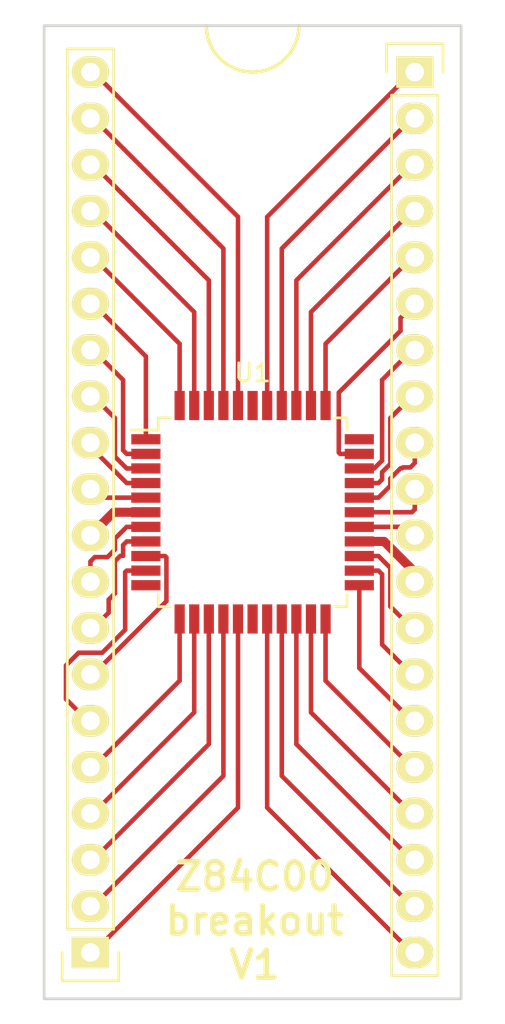
<source format=kicad_pcb>
(kicad_pcb (version 4) (host pcbnew 4.0.0-stable)

  (general
    (links 40)
    (no_connects 0)
    (area 121.891667 49.655 149.888334 110.215)
    (thickness 1.6)
    (drawings 8)
    (tracks 160)
    (zones 0)
    (modules 3)
    (nets 45)
  )

  (page A4)
  (layers
    (0 F.Cu signal)
    (31 B.Cu signal)
    (32 B.Adhes user)
    (33 F.Adhes user)
    (34 B.Paste user)
    (35 F.Paste user)
    (36 B.SilkS user)
    (37 F.SilkS user)
    (38 B.Mask user)
    (39 F.Mask user)
    (40 Dwgs.User user)
    (41 Cmts.User user)
    (42 Eco1.User user)
    (43 Eco2.User user)
    (44 Edge.Cuts user)
    (45 Margin user)
    (46 B.CrtYd user)
    (47 F.CrtYd user)
    (48 B.Fab user)
    (49 F.Fab user)
  )

  (setup
    (last_trace_width 0.25)
    (trace_clearance 0.2)
    (zone_clearance 0.508)
    (zone_45_only no)
    (trace_min 0.2)
    (segment_width 0.2)
    (edge_width 0.15)
    (via_size 0.6)
    (via_drill 0.4)
    (via_min_size 0.4)
    (via_min_drill 0.3)
    (uvia_size 0.3)
    (uvia_drill 0.1)
    (uvias_allowed no)
    (uvia_min_size 0.2)
    (uvia_min_drill 0.1)
    (pcb_text_width 0.3)
    (pcb_text_size 1.5 1.5)
    (mod_edge_width 0.15)
    (mod_text_size 1 1)
    (mod_text_width 0.15)
    (pad_size 1.524 1.524)
    (pad_drill 0.762)
    (pad_to_mask_clearance 0.2)
    (aux_axis_origin 0 0)
    (visible_elements FFFFFF7F)
    (pcbplotparams
      (layerselection 0x010f8_80000001)
      (usegerberextensions true)
      (excludeedgelayer true)
      (linewidth 0.100000)
      (plotframeref false)
      (viasonmask false)
      (mode 1)
      (useauxorigin false)
      (hpglpennumber 1)
      (hpglpenspeed 20)
      (hpglpendiameter 15)
      (hpglpenoverlay 2)
      (psnegative false)
      (psa4output false)
      (plotreference true)
      (plotvalue false)
      (plotinvisibletext false)
      (padsonsilk false)
      (subtractmaskfromsilk false)
      (outputformat 1)
      (mirror false)
      (drillshape 0)
      (scaleselection 1)
      (outputdirectory gerber))
  )

  (net 0 "")
  (net 1 /~IORQ~)
  (net 2 /~MREQ~)
  (net 3 /~HALT~)
  (net 4 /~NMI~)
  (net 5 /~INT~)
  (net 6 /D1)
  (net 7 /D0)
  (net 8 /D7)
  (net 9 /D2)
  (net 10 /VCC)
  (net 11 /D6)
  (net 12 /D5)
  (net 13 /D3)
  (net 14 /D4)
  (net 15 /~CLK~)
  (net 16 /A15)
  (net 17 /A14)
  (net 18 /A13)
  (net 19 /A12)
  (net 20 /A11)
  (net 21 /A10)
  (net 22 /A9)
  (net 23 /A8)
  (net 24 /A7)
  (net 25 /A6)
  (net 26 /A5)
  (net 27 /A4)
  (net 28 /A3)
  (net 29 /A2)
  (net 30 /A1)
  (net 31 /A0)
  (net 32 /GND)
  (net 33 /~RFSH~)
  (net 34 /~M1~)
  (net 35 /~RESET~)
  (net 36 /~BUSRQ~)
  (net 37 /~WAIT~)
  (net 38 /~BUSACK~)
  (net 39 /~WR~)
  (net 40 /~RD~)
  (net 41 "Net-(U1-Pad11)")
  (net 42 "Net-(U1-Pad17)")
  (net 43 "Net-(U1-Pad33)")
  (net 44 "Net-(U1-Pad39)")

  (net_class Default "This is the default net class."
    (clearance 0.2)
    (trace_width 0.25)
    (via_dia 0.6)
    (via_drill 0.4)
    (uvia_dia 0.3)
    (uvia_drill 0.1)
    (add_net /A0)
    (add_net /A1)
    (add_net /A10)
    (add_net /A11)
    (add_net /A12)
    (add_net /A13)
    (add_net /A14)
    (add_net /A15)
    (add_net /A2)
    (add_net /A3)
    (add_net /A4)
    (add_net /A5)
    (add_net /A6)
    (add_net /A7)
    (add_net /A8)
    (add_net /A9)
    (add_net /D0)
    (add_net /D1)
    (add_net /D2)
    (add_net /D3)
    (add_net /D4)
    (add_net /D5)
    (add_net /D6)
    (add_net /D7)
    (add_net /~BUSACK~)
    (add_net /~BUSRQ~)
    (add_net /~CLK~)
    (add_net /~HALT~)
    (add_net /~INT~)
    (add_net /~IORQ~)
    (add_net /~M1~)
    (add_net /~MREQ~)
    (add_net /~NMI~)
    (add_net /~RD~)
    (add_net /~RESET~)
    (add_net /~RFSH~)
    (add_net /~WAIT~)
    (add_net /~WR~)
    (add_net "Net-(U1-Pad11)")
    (add_net "Net-(U1-Pad17)")
    (add_net "Net-(U1-Pad33)")
    (add_net "Net-(U1-Pad39)")
  )

  (net_class Power ""
    (clearance 0.2)
    (trace_width 0.5)
    (via_dia 0.6)
    (via_drill 0.4)
    (uvia_dia 0.3)
    (uvia_drill 0.1)
    (add_net /GND)
    (add_net /VCC)
  )

  (module Pin_Headers:Pin_Header_Straight_1x20 (layer F.Cu) (tedit 56B4CF74) (tstamp 56B3F540)
    (at 127 104.14 180)
    (descr "Through hole pin header")
    (tags "pin header")
    (path /56B3E9F5)
    (fp_text reference P1 (at 0 -5.1 180) (layer F.SilkS) hide
      (effects (font (size 1 1) (thickness 0.15)))
    )
    (fp_text value CONN_01X20 (at 0 -3.1 180) (layer F.Fab)
      (effects (font (size 1 1) (thickness 0.15)))
    )
    (fp_line (start -1.75 -1.75) (end -1.75 50.05) (layer F.CrtYd) (width 0.05))
    (fp_line (start 1.75 -1.75) (end 1.75 50.05) (layer F.CrtYd) (width 0.05))
    (fp_line (start -1.75 -1.75) (end 1.75 -1.75) (layer F.CrtYd) (width 0.05))
    (fp_line (start -1.75 50.05) (end 1.75 50.05) (layer F.CrtYd) (width 0.05))
    (fp_line (start 1.27 1.27) (end 1.27 49.53) (layer F.SilkS) (width 0.15))
    (fp_line (start 1.27 49.53) (end -1.27 49.53) (layer F.SilkS) (width 0.15))
    (fp_line (start -1.27 49.53) (end -1.27 1.27) (layer F.SilkS) (width 0.15))
    (fp_line (start 1.55 -1.55) (end 1.55 0) (layer F.SilkS) (width 0.15))
    (fp_line (start 1.27 1.27) (end -1.27 1.27) (layer F.SilkS) (width 0.15))
    (fp_line (start -1.55 0) (end -1.55 -1.55) (layer F.SilkS) (width 0.15))
    (fp_line (start -1.55 -1.55) (end 1.55 -1.55) (layer F.SilkS) (width 0.15))
    (pad 1 thru_hole rect (at 0 0 180) (size 2.032 1.7272) (drill 1.016) (layers *.Cu *.Mask F.SilkS)
      (net 1 /~IORQ~))
    (pad 2 thru_hole oval (at 0 2.54 180) (size 2.032 1.7272) (drill 1.016) (layers *.Cu *.Mask F.SilkS)
      (net 2 /~MREQ~))
    (pad 3 thru_hole oval (at 0 5.08 180) (size 2.032 1.7272) (drill 1.016) (layers *.Cu *.Mask F.SilkS)
      (net 3 /~HALT~))
    (pad 4 thru_hole oval (at 0 7.62 180) (size 2.032 1.7272) (drill 1.016) (layers *.Cu *.Mask F.SilkS)
      (net 4 /~NMI~))
    (pad 5 thru_hole oval (at 0 10.16 180) (size 2.032 1.7272) (drill 1.016) (layers *.Cu *.Mask F.SilkS)
      (net 5 /~INT~))
    (pad 6 thru_hole oval (at 0 12.7 180) (size 2.032 1.7272) (drill 1.016) (layers *.Cu *.Mask F.SilkS)
      (net 6 /D1))
    (pad 7 thru_hole oval (at 0 15.24 180) (size 2.032 1.7272) (drill 1.016) (layers *.Cu *.Mask F.SilkS)
      (net 7 /D0))
    (pad 8 thru_hole oval (at 0 17.78 180) (size 2.032 1.7272) (drill 1.016) (layers *.Cu *.Mask F.SilkS)
      (net 8 /D7))
    (pad 9 thru_hole oval (at 0 20.32 180) (size 2.032 1.7272) (drill 1.016) (layers *.Cu *.Mask F.SilkS)
      (net 9 /D2))
    (pad 10 thru_hole oval (at 0 22.86 180) (size 2.032 1.7272) (drill 1.016) (layers *.Cu *.Mask F.SilkS)
      (net 10 /VCC))
    (pad 11 thru_hole oval (at 0 25.4 180) (size 2.032 1.7272) (drill 1.016) (layers *.Cu *.Mask F.SilkS)
      (net 11 /D6))
    (pad 12 thru_hole oval (at 0 27.94 180) (size 2.032 1.7272) (drill 1.016) (layers *.Cu *.Mask F.SilkS)
      (net 12 /D5))
    (pad 13 thru_hole oval (at 0 30.48 180) (size 2.032 1.7272) (drill 1.016) (layers *.Cu *.Mask F.SilkS)
      (net 13 /D3))
    (pad 14 thru_hole oval (at 0 33.02 180) (size 2.032 1.7272) (drill 1.016) (layers *.Cu *.Mask F.SilkS)
      (net 14 /D4))
    (pad 15 thru_hole oval (at 0 35.56 180) (size 2.032 1.7272) (drill 1.016) (layers *.Cu *.Mask F.SilkS)
      (net 15 /~CLK~))
    (pad 16 thru_hole oval (at 0 38.1 180) (size 2.032 1.7272) (drill 1.016) (layers *.Cu *.Mask F.SilkS)
      (net 16 /A15))
    (pad 17 thru_hole oval (at 0 40.64 180) (size 2.032 1.7272) (drill 1.016) (layers *.Cu *.Mask F.SilkS)
      (net 17 /A14))
    (pad 18 thru_hole oval (at 0 43.18 180) (size 2.032 1.7272) (drill 1.016) (layers *.Cu *.Mask F.SilkS)
      (net 18 /A13))
    (pad 19 thru_hole oval (at 0 45.72 180) (size 2.032 1.7272) (drill 1.016) (layers *.Cu *.Mask F.SilkS)
      (net 19 /A12))
    (pad 20 thru_hole oval (at 0 48.26 180) (size 2.032 1.7272) (drill 1.016) (layers *.Cu *.Mask F.SilkS)
      (net 20 /A11))
    (model Pin_Headers.3dshapes/Pin_Header_Straight_1x20.wrl
      (at (xyz 0 -0.95 0))
      (scale (xyz 1 1 1))
      (rotate (xyz 0 0 90))
    )
  )

  (module Pin_Headers:Pin_Header_Straight_1x20 (layer F.Cu) (tedit 56B4CF69) (tstamp 56B3F558)
    (at 144.78 55.88)
    (descr "Through hole pin header")
    (tags "pin header")
    (path /56B3EA25)
    (fp_text reference P2 (at 0 -5.1) (layer F.SilkS) hide
      (effects (font (size 1 1) (thickness 0.15)))
    )
    (fp_text value CONN_01X20 (at 0 -3.1) (layer F.Fab)
      (effects (font (size 1 1) (thickness 0.15)))
    )
    (fp_line (start -1.75 -1.75) (end -1.75 50.05) (layer F.CrtYd) (width 0.05))
    (fp_line (start 1.75 -1.75) (end 1.75 50.05) (layer F.CrtYd) (width 0.05))
    (fp_line (start -1.75 -1.75) (end 1.75 -1.75) (layer F.CrtYd) (width 0.05))
    (fp_line (start -1.75 50.05) (end 1.75 50.05) (layer F.CrtYd) (width 0.05))
    (fp_line (start 1.27 1.27) (end 1.27 49.53) (layer F.SilkS) (width 0.15))
    (fp_line (start 1.27 49.53) (end -1.27 49.53) (layer F.SilkS) (width 0.15))
    (fp_line (start -1.27 49.53) (end -1.27 1.27) (layer F.SilkS) (width 0.15))
    (fp_line (start 1.55 -1.55) (end 1.55 0) (layer F.SilkS) (width 0.15))
    (fp_line (start 1.27 1.27) (end -1.27 1.27) (layer F.SilkS) (width 0.15))
    (fp_line (start -1.55 0) (end -1.55 -1.55) (layer F.SilkS) (width 0.15))
    (fp_line (start -1.55 -1.55) (end 1.55 -1.55) (layer F.SilkS) (width 0.15))
    (pad 1 thru_hole rect (at 0 0) (size 2.032 1.7272) (drill 1.016) (layers *.Cu *.Mask F.SilkS)
      (net 21 /A10))
    (pad 2 thru_hole oval (at 0 2.54) (size 2.032 1.7272) (drill 1.016) (layers *.Cu *.Mask F.SilkS)
      (net 22 /A9))
    (pad 3 thru_hole oval (at 0 5.08) (size 2.032 1.7272) (drill 1.016) (layers *.Cu *.Mask F.SilkS)
      (net 23 /A8))
    (pad 4 thru_hole oval (at 0 7.62) (size 2.032 1.7272) (drill 1.016) (layers *.Cu *.Mask F.SilkS)
      (net 24 /A7))
    (pad 5 thru_hole oval (at 0 10.16) (size 2.032 1.7272) (drill 1.016) (layers *.Cu *.Mask F.SilkS)
      (net 25 /A6))
    (pad 6 thru_hole oval (at 0 12.7) (size 2.032 1.7272) (drill 1.016) (layers *.Cu *.Mask F.SilkS)
      (net 26 /A5))
    (pad 7 thru_hole oval (at 0 15.24) (size 2.032 1.7272) (drill 1.016) (layers *.Cu *.Mask F.SilkS)
      (net 27 /A4))
    (pad 8 thru_hole oval (at 0 17.78) (size 2.032 1.7272) (drill 1.016) (layers *.Cu *.Mask F.SilkS)
      (net 28 /A3))
    (pad 9 thru_hole oval (at 0 20.32) (size 2.032 1.7272) (drill 1.016) (layers *.Cu *.Mask F.SilkS)
      (net 29 /A2))
    (pad 10 thru_hole oval (at 0 22.86) (size 2.032 1.7272) (drill 1.016) (layers *.Cu *.Mask F.SilkS)
      (net 30 /A1))
    (pad 11 thru_hole oval (at 0 25.4) (size 2.032 1.7272) (drill 1.016) (layers *.Cu *.Mask F.SilkS)
      (net 31 /A0))
    (pad 12 thru_hole oval (at 0 27.94) (size 2.032 1.7272) (drill 1.016) (layers *.Cu *.Mask F.SilkS)
      (net 32 /GND))
    (pad 13 thru_hole oval (at 0 30.48) (size 2.032 1.7272) (drill 1.016) (layers *.Cu *.Mask F.SilkS)
      (net 33 /~RFSH~))
    (pad 14 thru_hole oval (at 0 33.02) (size 2.032 1.7272) (drill 1.016) (layers *.Cu *.Mask F.SilkS)
      (net 34 /~M1~))
    (pad 15 thru_hole oval (at 0 35.56) (size 2.032 1.7272) (drill 1.016) (layers *.Cu *.Mask F.SilkS)
      (net 35 /~RESET~))
    (pad 16 thru_hole oval (at 0 38.1) (size 2.032 1.7272) (drill 1.016) (layers *.Cu *.Mask F.SilkS)
      (net 36 /~BUSRQ~))
    (pad 17 thru_hole oval (at 0 40.64) (size 2.032 1.7272) (drill 1.016) (layers *.Cu *.Mask F.SilkS)
      (net 37 /~WAIT~))
    (pad 18 thru_hole oval (at 0 43.18) (size 2.032 1.7272) (drill 1.016) (layers *.Cu *.Mask F.SilkS)
      (net 38 /~BUSACK~))
    (pad 19 thru_hole oval (at 0 45.72) (size 2.032 1.7272) (drill 1.016) (layers *.Cu *.Mask F.SilkS)
      (net 39 /~WR~))
    (pad 20 thru_hole oval (at 0 48.26) (size 2.032 1.7272) (drill 1.016) (layers *.Cu *.Mask F.SilkS)
      (net 40 /~RD~))
    (model Pin_Headers.3dshapes/Pin_Header_Straight_1x20.wrl
      (at (xyz 0 -0.95 0))
      (scale (xyz 1 1 1))
      (rotate (xyz 0 0 90))
    )
  )

  (module Housings_QFP:LQFP-44_10x10mm_Pitch0.8mm (layer F.Cu) (tedit 54130A77) (tstamp 56B3F588)
    (at 135.89 80.01)
    (descr "LQFP44 (see Appnote_PCB_Guidelines_TRINAMIC_packages.pdf)")
    (tags "QFP 0.8")
    (path /56B3F0A3)
    (attr smd)
    (fp_text reference U1 (at 0 -7.65) (layer F.SilkS)
      (effects (font (size 1 1) (thickness 0.15)))
    )
    (fp_text value Z80CPU-SMD (at 0 7.65) (layer F.Fab)
      (effects (font (size 1 1) (thickness 0.15)))
    )
    (fp_line (start -6.9 -6.9) (end -6.9 6.9) (layer F.CrtYd) (width 0.05))
    (fp_line (start 6.9 -6.9) (end 6.9 6.9) (layer F.CrtYd) (width 0.05))
    (fp_line (start -6.9 -6.9) (end 6.9 -6.9) (layer F.CrtYd) (width 0.05))
    (fp_line (start -6.9 6.9) (end 6.9 6.9) (layer F.CrtYd) (width 0.05))
    (fp_line (start -5.175 -5.175) (end -5.175 -4.505) (layer F.SilkS) (width 0.15))
    (fp_line (start 5.175 -5.175) (end 5.175 -4.505) (layer F.SilkS) (width 0.15))
    (fp_line (start 5.175 5.175) (end 5.175 4.505) (layer F.SilkS) (width 0.15))
    (fp_line (start -5.175 5.175) (end -5.175 4.505) (layer F.SilkS) (width 0.15))
    (fp_line (start -5.175 -5.175) (end -4.505 -5.175) (layer F.SilkS) (width 0.15))
    (fp_line (start -5.175 5.175) (end -4.505 5.175) (layer F.SilkS) (width 0.15))
    (fp_line (start 5.175 5.175) (end 4.505 5.175) (layer F.SilkS) (width 0.15))
    (fp_line (start 5.175 -5.175) (end 4.505 -5.175) (layer F.SilkS) (width 0.15))
    (fp_line (start -5.175 -4.505) (end -6.65 -4.505) (layer F.SilkS) (width 0.15))
    (pad 1 smd rect (at -5.85 -4) (size 1.6 0.56) (layers F.Cu F.Paste F.Mask)
      (net 15 /~CLK~))
    (pad 2 smd rect (at -5.85 -3.2) (size 1.6 0.56) (layers F.Cu F.Paste F.Mask)
      (net 14 /D4))
    (pad 3 smd rect (at -5.85 -2.4) (size 1.6 0.56) (layers F.Cu F.Paste F.Mask)
      (net 13 /D3))
    (pad 4 smd rect (at -5.85 -1.6) (size 1.6 0.56) (layers F.Cu F.Paste F.Mask)
      (net 12 /D5))
    (pad 5 smd rect (at -5.85 -0.8) (size 1.6 0.56) (layers F.Cu F.Paste F.Mask)
      (net 11 /D6))
    (pad 6 smd rect (at -5.85 0) (size 1.6 0.56) (layers F.Cu F.Paste F.Mask)
      (net 10 /VCC))
    (pad 7 smd rect (at -5.85 0.8) (size 1.6 0.56) (layers F.Cu F.Paste F.Mask)
      (net 9 /D2))
    (pad 8 smd rect (at -5.85 1.6) (size 1.6 0.56) (layers F.Cu F.Paste F.Mask)
      (net 8 /D7))
    (pad 9 smd rect (at -5.85 2.4) (size 1.6 0.56) (layers F.Cu F.Paste F.Mask)
      (net 7 /D0))
    (pad 10 smd rect (at -5.85 3.2) (size 1.6 0.56) (layers F.Cu F.Paste F.Mask)
      (net 6 /D1))
    (pad 11 smd rect (at -5.85 4) (size 1.6 0.56) (layers F.Cu F.Paste F.Mask)
      (net 41 "Net-(U1-Pad11)"))
    (pad 12 smd rect (at -4 5.85 90) (size 1.6 0.56) (layers F.Cu F.Paste F.Mask)
      (net 5 /~INT~))
    (pad 13 smd rect (at -3.2 5.85 90) (size 1.6 0.56) (layers F.Cu F.Paste F.Mask)
      (net 4 /~NMI~))
    (pad 14 smd rect (at -2.4 5.85 90) (size 1.6 0.56) (layers F.Cu F.Paste F.Mask)
      (net 3 /~HALT~))
    (pad 15 smd rect (at -1.6 5.85 90) (size 1.6 0.56) (layers F.Cu F.Paste F.Mask)
      (net 2 /~MREQ~))
    (pad 16 smd rect (at -0.8 5.85 90) (size 1.6 0.56) (layers F.Cu F.Paste F.Mask)
      (net 1 /~IORQ~))
    (pad 17 smd rect (at 0 5.85 90) (size 1.6 0.56) (layers F.Cu F.Paste F.Mask)
      (net 42 "Net-(U1-Pad17)"))
    (pad 18 smd rect (at 0.8 5.85 90) (size 1.6 0.56) (layers F.Cu F.Paste F.Mask)
      (net 40 /~RD~))
    (pad 19 smd rect (at 1.6 5.85 90) (size 1.6 0.56) (layers F.Cu F.Paste F.Mask)
      (net 39 /~WR~))
    (pad 20 smd rect (at 2.4 5.85 90) (size 1.6 0.56) (layers F.Cu F.Paste F.Mask)
      (net 38 /~BUSACK~))
    (pad 21 smd rect (at 3.2 5.85 90) (size 1.6 0.56) (layers F.Cu F.Paste F.Mask)
      (net 37 /~WAIT~))
    (pad 22 smd rect (at 4 5.85 90) (size 1.6 0.56) (layers F.Cu F.Paste F.Mask)
      (net 36 /~BUSRQ~))
    (pad 23 smd rect (at 5.85 4) (size 1.6 0.56) (layers F.Cu F.Paste F.Mask)
      (net 35 /~RESET~))
    (pad 24 smd rect (at 5.85 3.2) (size 1.6 0.56) (layers F.Cu F.Paste F.Mask)
      (net 34 /~M1~))
    (pad 25 smd rect (at 5.85 2.4) (size 1.6 0.56) (layers F.Cu F.Paste F.Mask)
      (net 33 /~RFSH~))
    (pad 26 smd rect (at 5.85 1.6) (size 1.6 0.56) (layers F.Cu F.Paste F.Mask)
      (net 32 /GND))
    (pad 27 smd rect (at 5.85 0.8) (size 1.6 0.56) (layers F.Cu F.Paste F.Mask)
      (net 31 /A0))
    (pad 28 smd rect (at 5.85 0) (size 1.6 0.56) (layers F.Cu F.Paste F.Mask)
      (net 30 /A1))
    (pad 29 smd rect (at 5.85 -0.8) (size 1.6 0.56) (layers F.Cu F.Paste F.Mask)
      (net 29 /A2))
    (pad 30 smd rect (at 5.85 -1.6) (size 1.6 0.56) (layers F.Cu F.Paste F.Mask)
      (net 28 /A3))
    (pad 31 smd rect (at 5.85 -2.4) (size 1.6 0.56) (layers F.Cu F.Paste F.Mask)
      (net 27 /A4))
    (pad 32 smd rect (at 5.85 -3.2) (size 1.6 0.56) (layers F.Cu F.Paste F.Mask)
      (net 26 /A5))
    (pad 33 smd rect (at 5.85 -4) (size 1.6 0.56) (layers F.Cu F.Paste F.Mask)
      (net 43 "Net-(U1-Pad33)"))
    (pad 34 smd rect (at 4 -5.85 90) (size 1.6 0.56) (layers F.Cu F.Paste F.Mask)
      (net 25 /A6))
    (pad 35 smd rect (at 3.2 -5.85 90) (size 1.6 0.56) (layers F.Cu F.Paste F.Mask)
      (net 24 /A7))
    (pad 36 smd rect (at 2.4 -5.85 90) (size 1.6 0.56) (layers F.Cu F.Paste F.Mask)
      (net 23 /A8))
    (pad 37 smd rect (at 1.6 -5.85 90) (size 1.6 0.56) (layers F.Cu F.Paste F.Mask)
      (net 22 /A9))
    (pad 38 smd rect (at 0.8 -5.85 90) (size 1.6 0.56) (layers F.Cu F.Paste F.Mask)
      (net 21 /A10))
    (pad 39 smd rect (at 0 -5.85 90) (size 1.6 0.56) (layers F.Cu F.Paste F.Mask)
      (net 44 "Net-(U1-Pad39)"))
    (pad 40 smd rect (at -0.8 -5.85 90) (size 1.6 0.56) (layers F.Cu F.Paste F.Mask)
      (net 20 /A11))
    (pad 41 smd rect (at -1.6 -5.85 90) (size 1.6 0.56) (layers F.Cu F.Paste F.Mask)
      (net 19 /A12))
    (pad 42 smd rect (at -2.4 -5.85 90) (size 1.6 0.56) (layers F.Cu F.Paste F.Mask)
      (net 18 /A13))
    (pad 43 smd rect (at -3.2 -5.85 90) (size 1.6 0.56) (layers F.Cu F.Paste F.Mask)
      (net 17 /A14))
    (pad 44 smd rect (at -4 -5.85 90) (size 1.6 0.56) (layers F.Cu F.Paste F.Mask)
      (net 16 /A15))
    (model Housings_QFP.3dshapes/LQFP-44_10x10mm_Pitch0.8mm.wrl
      (at (xyz 0 0 0))
      (scale (xyz 1 1 1))
      (rotate (xyz 0 0 0))
    )
  )

  (gr_arc (start 135.89 53.34) (end 135.89 55.88) (angle 90) (layer F.SilkS) (width 0.2))
  (gr_arc (start 135.89 53.34) (end 138.43 53.34) (angle 90) (layer F.SilkS) (width 0.2))
  (gr_line (start 124.46 106.68) (end 147.32 106.68) (layer Edge.Cuts) (width 0.15))
  (gr_line (start 124.46 53.34) (end 124.46 106.68) (layer Edge.Cuts) (width 0.15))
  (gr_line (start 147.32 53.34) (end 124.46 53.34) (layer Edge.Cuts) (width 0.15))
  (gr_line (start 147.32 106.68) (end 147.32 53.34) (layer Edge.Cuts) (width 0.15))
  (gr_text "Z84C00\nbreakout\nV1" (at 136 102.4) (layer F.SilkS)
    (effects (font (size 1.5 1.5) (thickness 0.3)))
  )
  (gr_circle (center 132.8 76.8) (end 133.6 77.6) (layer F.Mask) (width 0.2))

  (segment (start 135.09 85.86) (end 135.09 96.2024) (width 0.25) (layer F.Cu) (net 1))
  (segment (start 135.09 96.2024) (end 127.1524 104.14) (width 0.25) (layer F.Cu) (net 1))
  (segment (start 127.1524 104.14) (end 127 104.14) (width 0.25) (layer F.Cu) (net 1))
  (segment (start 134.29 85.86) (end 134.29 94.4624) (width 0.25) (layer F.Cu) (net 2))
  (segment (start 134.29 94.4624) (end 127.1524 101.6) (width 0.25) (layer F.Cu) (net 2))
  (segment (start 127.1524 101.6) (end 127 101.6) (width 0.25) (layer F.Cu) (net 2))
  (segment (start 133.49 85.86) (end 133.49 92.7224) (width 0.25) (layer F.Cu) (net 3))
  (segment (start 133.49 92.7224) (end 127.1524 99.06) (width 0.25) (layer F.Cu) (net 3))
  (segment (start 127.1524 99.06) (end 127 99.06) (width 0.25) (layer F.Cu) (net 3))
  (segment (start 132.69 85.86) (end 132.69 90.9824) (width 0.25) (layer F.Cu) (net 4))
  (segment (start 132.69 90.9824) (end 127.1524 96.52) (width 0.25) (layer F.Cu) (net 4))
  (segment (start 127.1524 96.52) (end 127 96.52) (width 0.25) (layer F.Cu) (net 4))
  (segment (start 131.89 85.86) (end 131.89 89.2424) (width 0.25) (layer F.Cu) (net 5))
  (segment (start 131.89 89.2424) (end 127.1524 93.98) (width 0.25) (layer F.Cu) (net 5))
  (segment (start 127.1524 93.98) (end 127 93.98) (width 0.25) (layer F.Cu) (net 5))
  (segment (start 130.04 83.21) (end 128.99 83.21) (width 0.25) (layer F.Cu) (net 6))
  (segment (start 128.99 83.21) (end 128.905 83.295) (width 0.25) (layer F.Cu) (net 6))
  (segment (start 128.905 83.295) (end 128.905 86.451128) (width 0.25) (layer F.Cu) (net 6))
  (segment (start 128.905 86.451128) (end 127.644738 87.71139) (width 0.25) (layer F.Cu) (net 6))
  (segment (start 127.644738 87.71139) (end 126.355262 87.71139) (width 0.25) (layer F.Cu) (net 6))
  (segment (start 125.65899 88.407662) (end 125.65899 90.25139) (width 0.25) (layer F.Cu) (net 6))
  (segment (start 126.355262 87.71139) (end 125.65899 88.407662) (width 0.25) (layer F.Cu) (net 6))
  (segment (start 125.65899 90.25139) (end 126.8476 91.44) (width 0.25) (layer F.Cu) (net 6))
  (segment (start 126.8476 91.44) (end 127 91.44) (width 0.25) (layer F.Cu) (net 6))
  (segment (start 130.04 82.41) (end 131.09 82.41) (width 0.25) (layer F.Cu) (net 7))
  (segment (start 131.09 82.41) (end 131.165001 82.485001) (width 0.25) (layer F.Cu) (net 7))
  (segment (start 131.165001 82.485001) (end 131.165001 84.887399) (width 0.25) (layer F.Cu) (net 7))
  (segment (start 131.165001 84.887399) (end 127.1524 88.9) (width 0.25) (layer F.Cu) (net 7))
  (segment (start 127.1524 88.9) (end 127 88.9) (width 0.25) (layer F.Cu) (net 7))
  (segment (start 128.79102 81.80898) (end 128.79102 82.4) (width 0.25) (layer F.Cu) (net 8))
  (segment (start 128.345 84.455) (end 128 84.8) (width 0.25) (layer F.Cu) (net 8))
  (segment (start 130.04 81.61) (end 128.99 81.61) (width 0.25) (layer F.Cu) (net 8))
  (segment (start 128.99 81.61) (end 128.79102 81.80898) (width 0.25) (layer F.Cu) (net 8))
  (segment (start 128.79102 82.4) (end 128.63641 82.4) (width 0.25) (layer F.Cu) (net 8))
  (segment (start 128.63641 82.4) (end 128.34101 82.6954) (width 0.25) (layer F.Cu) (net 8))
  (segment (start 128.34101 82.6954) (end 128.34101 84.45101) (width 0.25) (layer F.Cu) (net 8))
  (segment (start 128.34101 84.45101) (end 128.345 84.455) (width 0.25) (layer F.Cu) (net 8))
  (segment (start 127.1524 86.36) (end 127 86.36) (width 0.25) (layer F.Cu) (net 8))
  (segment (start 128 85.5124) (end 127.1524 86.36) (width 0.25) (layer F.Cu) (net 8))
  (segment (start 128 84.8) (end 128 85.5124) (width 0.25) (layer F.Cu) (net 8))
  (segment (start 130.04 80.81) (end 128.99 80.81) (width 0.25) (layer F.Cu) (net 9))
  (segment (start 128.99 80.81) (end 128.34101 81.45899) (width 0.25) (layer F.Cu) (net 9))
  (segment (start 127.93139 82.46861) (end 127.23779 82.46861) (width 0.25) (layer F.Cu) (net 9))
  (segment (start 128.34101 81.45899) (end 128.34101 82.05899) (width 0.25) (layer F.Cu) (net 9))
  (segment (start 128.34101 82.05899) (end 127.93139 82.46861) (width 0.25) (layer F.Cu) (net 9))
  (segment (start 127.23779 82.46861) (end 127 82.7064) (width 0.25) (layer F.Cu) (net 9))
  (segment (start 127 82.7064) (end 127 83.82) (width 0.25) (layer F.Cu) (net 9))
  (segment (start 130.04 80.01) (end 128.27 80.01) (width 0.5) (layer F.Cu) (net 10))
  (segment (start 128.27 80.01) (end 127 81.28) (width 0.5) (layer F.Cu) (net 10))
  (segment (start 130.04 79.21) (end 127.47 79.21) (width 0.25) (layer F.Cu) (net 11))
  (segment (start 127.47 79.21) (end 127 78.74) (width 0.25) (layer F.Cu) (net 11))
  (segment (start 130.04 78.41) (end 128.99 78.41) (width 0.25) (layer F.Cu) (net 12))
  (segment (start 128.99 78.41) (end 127 76.42) (width 0.25) (layer F.Cu) (net 12))
  (segment (start 127 76.42) (end 127 76.2) (width 0.25) (layer F.Cu) (net 12))
  (segment (start 130.04 77.61) (end 128.99 77.61) (width 0.25) (layer F.Cu) (net 13))
  (segment (start 128.99 77.61) (end 128.34101 76.96101) (width 0.25) (layer F.Cu) (net 13))
  (segment (start 128.34101 76.96101) (end 128.34101 74.84861) (width 0.25) (layer F.Cu) (net 13))
  (segment (start 128.34101 74.84861) (end 127.1524 73.66) (width 0.25) (layer F.Cu) (net 13))
  (segment (start 127.1524 73.66) (end 127 73.66) (width 0.25) (layer F.Cu) (net 13))
  (segment (start 130.04 76.81) (end 128.99 76.81) (width 0.25) (layer F.Cu) (net 14))
  (segment (start 128.99 76.81) (end 128.79102 76.61102) (width 0.25) (layer F.Cu) (net 14))
  (segment (start 128.79102 76.61102) (end 128.79102 72.75862) (width 0.25) (layer F.Cu) (net 14))
  (segment (start 128.79102 72.75862) (end 127.1524 71.12) (width 0.25) (layer F.Cu) (net 14))
  (segment (start 127.1524 71.12) (end 127 71.12) (width 0.25) (layer F.Cu) (net 14))
  (segment (start 130.04 76.01) (end 130.04 71.4676) (width 0.25) (layer F.Cu) (net 15))
  (segment (start 130.04 71.4676) (end 127.1524 68.58) (width 0.25) (layer F.Cu) (net 15))
  (segment (start 127.1524 68.58) (end 127 68.58) (width 0.25) (layer F.Cu) (net 15))
  (segment (start 131.89 74.16) (end 131.89 70.7776) (width 0.25) (layer F.Cu) (net 16))
  (segment (start 131.89 70.7776) (end 127.1524 66.04) (width 0.25) (layer F.Cu) (net 16))
  (segment (start 127.1524 66.04) (end 127 66.04) (width 0.25) (layer F.Cu) (net 16))
  (segment (start 132.69 74.16) (end 132.69 69.0376) (width 0.25) (layer F.Cu) (net 17))
  (segment (start 132.69 69.0376) (end 127.1524 63.5) (width 0.25) (layer F.Cu) (net 17))
  (segment (start 127.1524 63.5) (end 127 63.5) (width 0.25) (layer F.Cu) (net 17))
  (segment (start 133.49 74.16) (end 133.49 67.2976) (width 0.25) (layer F.Cu) (net 18))
  (segment (start 133.49 67.2976) (end 127.1524 60.96) (width 0.25) (layer F.Cu) (net 18))
  (segment (start 127.1524 60.96) (end 127 60.96) (width 0.25) (layer F.Cu) (net 18))
  (segment (start 134.29 74.16) (end 134.29 67.31) (width 0.25) (layer F.Cu) (net 19))
  (segment (start 134.29 67.31) (end 134.29 65.5576) (width 0.25) (layer F.Cu) (net 19))
  (segment (start 134.29 65.5576) (end 127.1524 58.42) (width 0.25) (layer F.Cu) (net 19))
  (segment (start 135.09 74.16) (end 135.09 63.8176) (width 0.25) (layer F.Cu) (net 20))
  (segment (start 135.09 63.8176) (end 127.1524 55.88) (width 0.25) (layer F.Cu) (net 20))
  (segment (start 127.1524 55.88) (end 127 55.88) (width 0.25) (layer F.Cu) (net 20))
  (segment (start 136.69 74.16) (end 136.69 63.8176) (width 0.25) (layer F.Cu) (net 21))
  (segment (start 136.69 63.8176) (end 144.6276 55.88) (width 0.25) (layer F.Cu) (net 21))
  (segment (start 144.6276 55.88) (end 144.78 55.88) (width 0.25) (layer F.Cu) (net 21))
  (segment (start 137.49 74.16) (end 137.49 65.5576) (width 0.25) (layer F.Cu) (net 22))
  (segment (start 137.49 65.5576) (end 144.6276 58.42) (width 0.25) (layer F.Cu) (net 22))
  (segment (start 144.6276 58.42) (end 144.78 58.42) (width 0.25) (layer F.Cu) (net 22))
  (segment (start 138.29 74.16) (end 138.29 67.2976) (width 0.25) (layer F.Cu) (net 23))
  (segment (start 138.29 67.2976) (end 144.6276 60.96) (width 0.25) (layer F.Cu) (net 23))
  (segment (start 144.6276 60.96) (end 144.78 60.96) (width 0.25) (layer F.Cu) (net 23))
  (segment (start 139.09 74.16) (end 139.09 69.0376) (width 0.25) (layer F.Cu) (net 24))
  (segment (start 144.6276 63.5) (end 144.78 63.5) (width 0.25) (layer F.Cu) (net 24))
  (segment (start 139.09 69.0376) (end 144.6276 63.5) (width 0.25) (layer F.Cu) (net 24))
  (segment (start 139.89 74.16) (end 139.89 70.7776) (width 0.25) (layer F.Cu) (net 25))
  (segment (start 139.89 70.7776) (end 144.6276 66.04) (width 0.25) (layer F.Cu) (net 25))
  (segment (start 144.6276 66.04) (end 144.78 66.04) (width 0.25) (layer F.Cu) (net 25))
  (segment (start 141.74 76.81) (end 140.69 76.81) (width 0.25) (layer F.Cu) (net 26))
  (segment (start 140.69 76.81) (end 140.614999 76.734999) (width 0.25) (layer F.Cu) (net 26))
  (segment (start 140.614999 76.734999) (end 140.614999 73.451653) (width 0.25) (layer F.Cu) (net 26))
  (segment (start 140.614999 73.451653) (end 144 70.066652) (width 0.25) (layer F.Cu) (net 26))
  (segment (start 144 70.066652) (end 144 69.36) (width 0.25) (layer F.Cu) (net 26))
  (segment (start 144 69.36) (end 144.78 68.58) (width 0.25) (layer F.Cu) (net 26))
  (segment (start 141.74 77.61) (end 142.55359 77.61) (width 0.25) (layer F.Cu) (net 27))
  (segment (start 142.55359 77.61) (end 142.98898 77.17461) (width 0.25) (layer F.Cu) (net 27))
  (segment (start 142.98898 77.17461) (end 142.98898 72.75862) (width 0.25) (layer F.Cu) (net 27))
  (segment (start 142.98898 72.75862) (end 144.6276 71.12) (width 0.25) (layer F.Cu) (net 27))
  (segment (start 144.6276 71.12) (end 144.78 71.12) (width 0.25) (layer F.Cu) (net 27))
  (segment (start 144.78 73.66) (end 144.6276 73.66) (width 0.25) (layer F.Cu) (net 28))
  (segment (start 144.6276 73.66) (end 143.43899 74.84861) (width 0.25) (layer F.Cu) (net 28))
  (segment (start 143.43899 74.84861) (end 143.43899 77.36101) (width 0.25) (layer F.Cu) (net 28))
  (segment (start 143.43899 77.36101) (end 142.98898 77.81102) (width 0.25) (layer F.Cu) (net 28))
  (segment (start 142.98898 77.81102) (end 142.98898 78.21102) (width 0.25) (layer F.Cu) (net 28))
  (segment (start 142.98898 78.21102) (end 142.79 78.41) (width 0.25) (layer F.Cu) (net 28))
  (segment (start 142.79 78.41) (end 141.74 78.41) (width 0.25) (layer F.Cu) (net 28))
  (segment (start 144.135262 77.55139) (end 144.54221 77.55139) (width 0.25) (layer F.Cu) (net 29))
  (segment (start 144.54221 77.55139) (end 144.78 77.3136) (width 0.25) (layer F.Cu) (net 29))
  (segment (start 144.78 77.3136) (end 144.78 76.2) (width 0.25) (layer F.Cu) (net 29))
  (segment (start 144 77.6) (end 144.086652 77.6) (width 0.25) (layer F.Cu) (net 29))
  (segment (start 144.086652 77.6) (end 144.135262 77.55139) (width 0.25) (layer F.Cu) (net 29))
  (segment (start 143.438989 78.161011) (end 144 77.6) (width 0.25) (layer F.Cu) (net 29))
  (segment (start 142.79 79.21) (end 143.438989 78.561011) (width 0.25) (layer F.Cu) (net 29))
  (segment (start 143.438989 78.561011) (end 143.438989 78.161011) (width 0.25) (layer F.Cu) (net 29))
  (segment (start 141.74 79.21) (end 142.79 79.21) (width 0.25) (layer F.Cu) (net 29))
  (segment (start 141.74 80.01) (end 144.6236 80.01) (width 0.25) (layer F.Cu) (net 30))
  (segment (start 144.6236 80.01) (end 144.78 79.8536) (width 0.25) (layer F.Cu) (net 30))
  (segment (start 144.78 79.8536) (end 144.78 78.74) (width 0.25) (layer F.Cu) (net 30))
  (segment (start 141.74 80.81) (end 144.31 80.81) (width 0.25) (layer F.Cu) (net 31))
  (segment (start 144.31 80.81) (end 144.78 81.28) (width 0.25) (layer F.Cu) (net 31))
  (segment (start 141.74 81.61) (end 143.099875 81.61) (width 0.5) (layer F.Cu) (net 32))
  (segment (start 143.099875 81.61) (end 144.78 83.290125) (width 0.5) (layer F.Cu) (net 32))
  (segment (start 144.78 83.290125) (end 144.78 83.82) (width 0.5) (layer F.Cu) (net 32))
  (segment (start 141.74 82.41) (end 142.79 82.41) (width 0.25) (layer F.Cu) (net 33))
  (segment (start 142.79 82.41) (end 143.43899 83.05899) (width 0.25) (layer F.Cu) (net 33))
  (segment (start 143.43899 83.05899) (end 143.43899 85.17139) (width 0.25) (layer F.Cu) (net 33))
  (segment (start 143.43899 85.17139) (end 144.6276 86.36) (width 0.25) (layer F.Cu) (net 33))
  (segment (start 144.6276 86.36) (end 144.78 86.36) (width 0.25) (layer F.Cu) (net 33))
  (segment (start 141.74 83.21) (end 142.79 83.21) (width 0.25) (layer F.Cu) (net 34))
  (segment (start 142.79 83.21) (end 142.98898 83.40898) (width 0.25) (layer F.Cu) (net 34))
  (segment (start 142.98898 83.40898) (end 142.98898 87.26138) (width 0.25) (layer F.Cu) (net 34))
  (segment (start 142.98898 87.26138) (end 144.6276 88.9) (width 0.25) (layer F.Cu) (net 34))
  (segment (start 144.6276 88.9) (end 144.78 88.9) (width 0.25) (layer F.Cu) (net 34))
  (segment (start 141.74 84.01) (end 141.74 88.5524) (width 0.25) (layer F.Cu) (net 35))
  (segment (start 141.74 88.5524) (end 144.6276 91.44) (width 0.25) (layer F.Cu) (net 35))
  (segment (start 144.6276 91.44) (end 144.78 91.44) (width 0.25) (layer F.Cu) (net 35))
  (segment (start 139.89 85.86) (end 139.89 89.2424) (width 0.25) (layer F.Cu) (net 36))
  (segment (start 139.89 89.2424) (end 144.6276 93.98) (width 0.25) (layer F.Cu) (net 36))
  (segment (start 144.6276 93.98) (end 144.78 93.98) (width 0.25) (layer F.Cu) (net 36))
  (segment (start 139.09 85.86) (end 139.09 90.9824) (width 0.25) (layer F.Cu) (net 37))
  (segment (start 139.09 90.9824) (end 144.6276 96.52) (width 0.25) (layer F.Cu) (net 37))
  (segment (start 144.6276 96.52) (end 144.78 96.52) (width 0.25) (layer F.Cu) (net 37))
  (segment (start 138.29 85.86) (end 138.29 92.7224) (width 0.25) (layer F.Cu) (net 38))
  (segment (start 138.29 92.7224) (end 144.6276 99.06) (width 0.25) (layer F.Cu) (net 38))
  (segment (start 144.6276 99.06) (end 144.78 99.06) (width 0.25) (layer F.Cu) (net 38))
  (segment (start 137.49 85.86) (end 137.49 94.4624) (width 0.25) (layer F.Cu) (net 39))
  (segment (start 137.49 94.4624) (end 144.6276 101.6) (width 0.25) (layer F.Cu) (net 39))
  (segment (start 144.6276 101.6) (end 144.78 101.6) (width 0.25) (layer F.Cu) (net 39))
  (segment (start 136.69 85.86) (end 136.69 96.2024) (width 0.25) (layer F.Cu) (net 40))
  (segment (start 136.69 96.2024) (end 144.6276 104.14) (width 0.25) (layer F.Cu) (net 40))
  (segment (start 144.6276 104.14) (end 144.78 104.14) (width 0.25) (layer F.Cu) (net 40))

)

</source>
